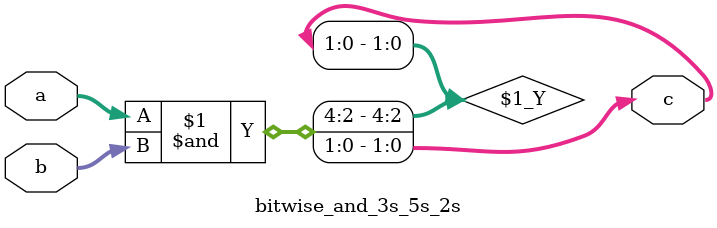
<source format=v>
module bitwise_and_3s_5s_2s(a, b, c);
  input signed [2:0] a;
  input signed [4:0] b;
  output signed [1:0] c;
  assign c = a & b;
endmodule

</source>
